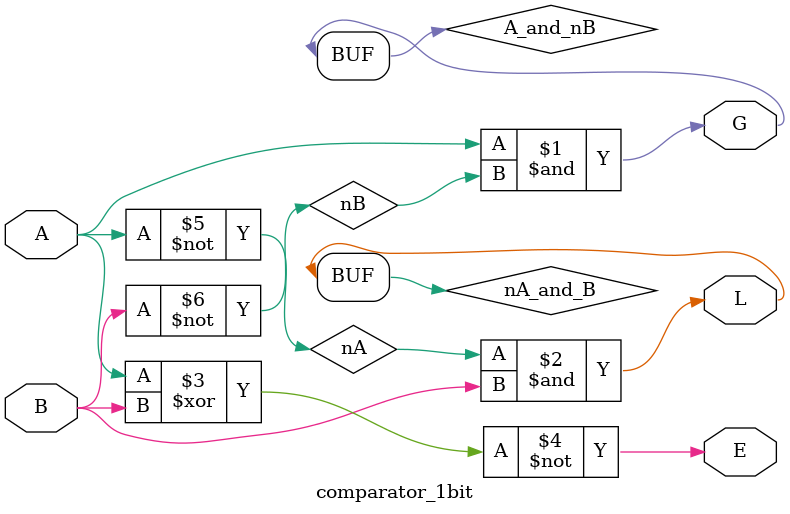
<source format=v>
module comparator_1bit (
    input A, B,
    output E,G, L
);

    wire nA, nB, A_and_nB, nA_and_B;

    not (nA, A);
    not (nB, B);
    and (A_and_nB, A, nB);
    and (nA_and_B, nA, B);
    xnor (E, A, B);
    assign G = A_and_nB;
    assign L = nA_and_B;

endmodule


</source>
